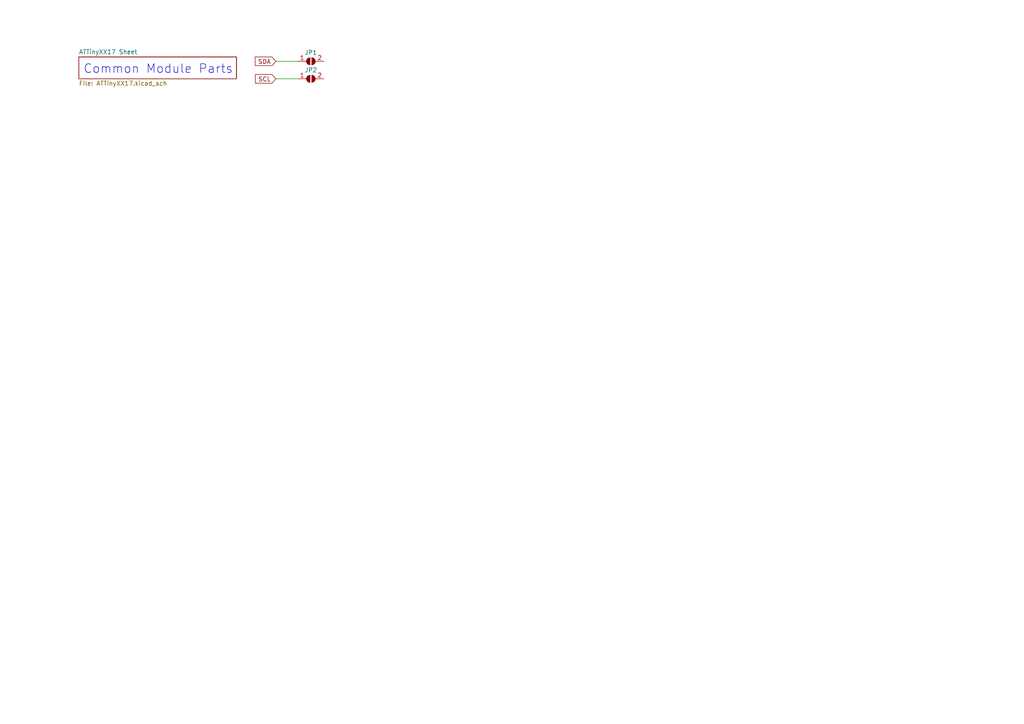
<source format=kicad_sch>
(kicad_sch (version 20211123) (generator eeschema)
  (paper "A4")
  (title_block (title "Prototyping Module") (date "2024-03-19") (rev "0.0.0") (company "S. A. Miller"))
  (lib_symbols
    (symbol "Jumper:SolderJumper_2_Open" (pin_names (offset 0) hide)
      (property "Reference" "JP" (at 0 2.032 0))
      (property "Value" "SolderJumper_2_Open" (at 0 -2.54 0))
      (symbol "SolderJumper_2_Open_0_1"
        (arc (start -0.254 1.016) (mid -1.27 0) (end -0.254 -1.016))
        (arc (start -0.254 1.016) (mid -1.27 0) (end -0.254 -1.016) (fill (type outline)))
        (polyline (pts (xy -0.254 1.016) (xy -0.254 -1.016)))
        (polyline (pts (xy 0.254 1.016) (xy 0.254 -1.016)))
        (arc (start 0.254 -1.016) (mid 1.27 0) (end 0.254 1.016))
        (arc (start 0.254 -1.016) (mid 1.27 0) (end 0.254 1.016) (fill (type outline)))
      )
      (symbol "SolderJumper_2_Open_1_1"
        (pin passive line (at -3.81 0 0) (length 2.54) (name "A") (number "1"))
        (pin passive line (at 3.81 0 180) (length 2.54) (name "B") (number "2"))
      )
    )
  )
  (wire (pts (xy 80.01 17.78) (xy 86.36 17.78)))
  (wire (pts (xy 80.01 22.86) (xy 86.36 22.86)))
  (text "Common Module Parts" (at 24.13 21.59 0) (effects (font (size 2.54 2.54)) (justify left bottom)))
  (global_label "SCL" (shape input) (at 80.01 22.86 180) (property "Intersheet References" "${INTERSHEET_REFS}" (effects hide)))
  (global_label "SDA" (shape input) (at 80.01 17.78 180) (property "Intersheet References" "${INTERSHEET_REFS}" (effects hide)))
  (symbol (lib_id "Jumper:SolderJumper_2_Open") (at 90.17 22.86 0) (unit 1) (in_bom no)
    (property "Reference" "JP2" (at 90.17 20.32 0))
    (property "Value" "SolderJumper_2_Open" (effects hide))
    (property "Footprint" "Jumper:SolderJumper-2_P1.3mm_Open_RoundedPad1.0x1.5mm" (effects hide))
  )
  (symbol (lib_id "Jumper:SolderJumper_2_Open") (at 90.17 17.78 0) (unit 1) (in_bom no)
    (property "Reference" "JP1" (at 90.17 15.24 0))
    (property "Value" "SolderJumper_2_Open" (effects hide))
    (property "Footprint" "Jumper:SolderJumper-2_P1.3mm_Open_RoundedPad1.0x1.5mm" (effects hide))
  )
  (sheet (at 22.86 16.51) (size 45.72 6.35) (stroke (width 0.1524))
    (property "Sheet name" "ATTinyXX17 Sheet" (at 22.86 15.7984 0) (effects (justify left bottom)))
    (property "Sheet file" "ATTinyXX17.kicad_sch" (at 22.86 23.4446 0) (effects (justify left top)))
  )
)
</source>
